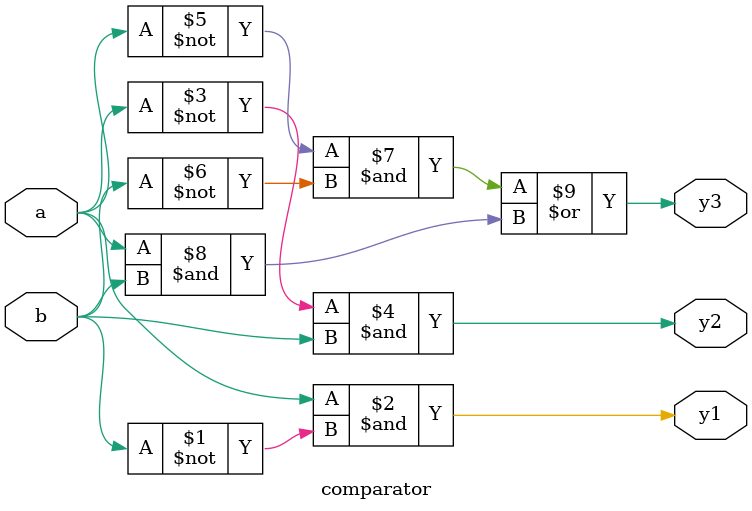
<source format=v>
module comparator(a,b,y1,y2,y3);
input a,b;
output y1,y2,y3;//y1=a>b  | y2=a<b  | y3=a<b
assign y1=a&(~b);
assign y2=(~a)&b;
assign y3=((~a)&(~b))|(a&b);
endmodule

//# a=0 b=0 (a>b)=0 (a<b)=0 (a=b)=1
//# a=0 b=1 (a>b)=0 (a<b)=1 (a=b)=0
//# a=0 b=1 (a>b)=0 (a<b)=1 (a=b)=0
//# a=1 b=1 (a>b)=0 (a<b)=0 (a=b)=1
//# a=0 b=1 (a>b)=0 (a<b)=1 (a=b)=0
//# a=0 b=1 (a>b)=0 (a<b)=1 (a=b)=0
//# a=0 b=1 (a>b)=0 (a<b)=1 (a=b)=0
//# a=1 b=0 (a>b)=1 (a<b)=0 (a=b)=0
//

</source>
